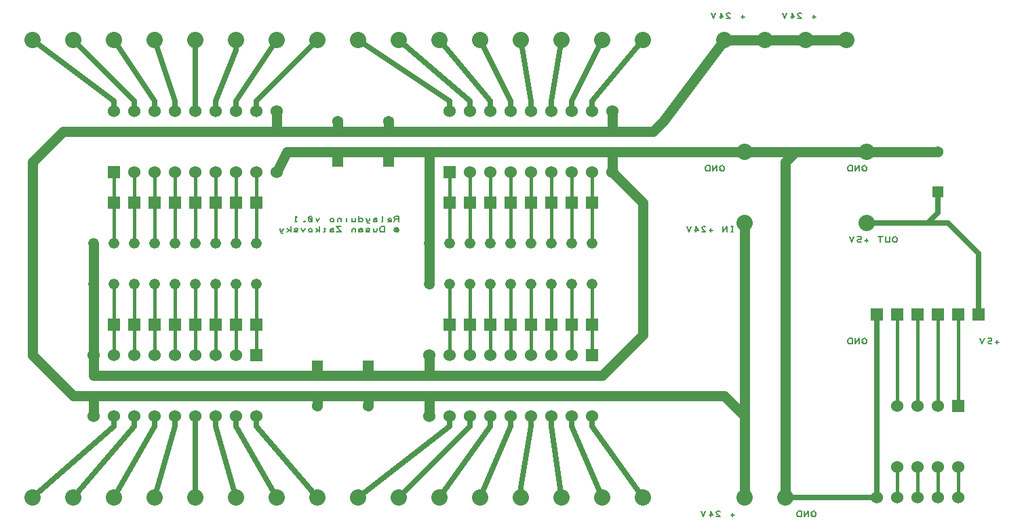
<source format=gbr>
%FSLAX35Y35*%
%MOIN*%
G04 EasyPC Gerber Version 18.0.8 Build 3632 *
%ADD77R,0.05400X0.05400*%
%ADD18R,0.06000X0.06000*%
%ADD23R,0.06000X0.06000*%
%ADD76C,0.00787*%
%ADD71C,0.01500*%
%ADD70C,0.02500*%
%ADD20C,0.05000*%
%ADD79C,0.05276*%
%ADD78C,0.05400*%
%ADD24C,0.06000*%
%ADD25C,0.08000*%
X0Y0D02*
D02*
D18*
X65250Y110250D03*
Y170250D03*
X75250Y110250D03*
Y170250D03*
X85250Y110250D03*
Y170250D03*
X95250Y110250D03*
Y170250D03*
X105250Y110250D03*
Y170250D03*
X115250Y110250D03*
Y170250D03*
X125250Y110250D03*
Y170250D03*
X135250Y110250D03*
Y170250D03*
X230250Y110250D03*
Y170250D03*
X240250Y110250D03*
Y170250D03*
X250250Y110250D03*
Y170250D03*
X260250Y110250D03*
Y170250D03*
X270250Y110250D03*
Y170250D03*
X280250Y110250D03*
Y170250D03*
X290250Y110250D03*
Y170250D03*
X300250Y110250D03*
Y170250D03*
X440250Y115250D03*
X450250D03*
X460250D03*
X470250D03*
X480250D03*
X490250D03*
D02*
D70*
X65250Y65250D02*
Y60250D01*
X25250Y25250*
X65250Y215250D02*
Y220250D01*
X25250Y250250*
X75250Y65250D02*
Y60250D01*
X45250Y25250*
X75250Y215250D02*
Y220250D01*
X45250Y250250*
X85250Y65250D02*
Y60250D01*
X65250Y25250*
X85250Y215250D02*
Y220250D01*
X65250Y250250*
X95250Y65250D02*
Y60250D01*
X85250Y25250*
X95250Y215250D02*
Y220250D01*
X85250Y250250*
X105250Y65250D02*
Y25250D01*
Y215250D02*
Y250250D01*
X115250Y65250D02*
Y60250D01*
X125250Y25250*
X115250Y215250D02*
Y220250D01*
X125250Y245250*
Y250250*
Y65250D02*
Y60250D01*
X145250Y25250*
X125250Y215250D02*
Y220250D01*
X145250Y250250*
X135250Y65250D02*
Y60250D01*
X165250Y25250*
X135250Y215250D02*
Y220250D01*
X165250Y250250*
X230250Y65250D02*
Y60250D01*
X185250Y25250*
X230250Y215250D02*
Y220250D01*
X185250Y250250*
X240250Y65250D02*
Y60250D01*
X205250Y25250*
X240250Y215250D02*
Y220250D01*
X205250Y250250*
X250250Y65250D02*
Y60250D01*
X225250Y25250*
X250250Y215250D02*
Y220250D01*
X225250Y250250*
X260250Y65250D02*
Y60250D01*
X245250Y25250*
X260250Y215250D02*
Y220250D01*
X245250Y250250*
X270250Y65250D02*
Y60250D01*
X265250Y30250*
Y25250*
X270250Y215250D02*
Y220250D01*
X265250Y250250*
X280250Y65250D02*
Y60250D01*
X285250Y25250*
X280250Y215250D02*
Y220250D01*
X285250Y250250*
X290250Y65250D02*
Y60250D01*
X305250Y25250*
X290250Y215250D02*
Y220250D01*
X305250Y250250*
X300250Y65250D02*
Y60250D01*
X325250Y25250*
X300250Y215250D02*
Y220250D01*
X325250Y250250*
X395250Y25250D02*
X440250D01*
X435250Y160250D02*
X465250D01*
X440250Y115250D02*
Y25250D01*
X465250Y160250D02*
X475250D01*
X490250Y145250*
Y115250*
X470250Y175565D02*
Y165250D01*
X465250Y160250*
D02*
D71*
X65250Y110250D02*
Y95250D01*
Y130250D02*
Y110250D01*
Y170250D02*
Y150250D01*
Y170250D02*
Y185250D01*
X75250Y110250D02*
Y95250D01*
Y130250D02*
Y110250D01*
Y170250D02*
Y150250D01*
Y170250D02*
Y185250D01*
X85250Y110250D02*
Y95250D01*
Y130250D02*
Y110250D01*
Y170250D02*
Y150250D01*
Y170250D02*
Y185250D01*
X95250Y110250D02*
Y95250D01*
Y130250D02*
Y110250D01*
Y170250D02*
Y150250D01*
Y170250D02*
Y185250D01*
X105250Y110250D02*
Y95250D01*
Y130250D02*
Y110250D01*
Y170250D02*
Y150250D01*
Y170250D02*
Y185250D01*
X115250Y110250D02*
Y95250D01*
Y130250D02*
Y110250D01*
Y170250D02*
Y150250D01*
Y170250D02*
Y185250D01*
X125250Y110250D02*
Y95250D01*
Y130250D02*
Y110250D01*
Y170250D02*
Y150250D01*
Y170250D02*
Y185250D01*
X135250Y110250D02*
Y95250D01*
Y130250D02*
Y110250D01*
Y170250D02*
Y150250D01*
Y170250D02*
Y185250D01*
X230250Y95250D02*
Y110250D01*
Y130250D02*
Y110250D01*
Y170250D02*
Y150250D01*
Y185250D02*
Y170250D01*
X240250Y95250D02*
Y110250D01*
Y130250D02*
Y110250D01*
Y170250D02*
Y150250D01*
Y185250D02*
Y170250D01*
X250250Y95250D02*
Y110250D01*
Y130250D02*
Y110250D01*
Y170250D02*
Y150250D01*
Y185250D02*
Y170250D01*
X260250Y95250D02*
Y110250D01*
Y130250D02*
Y110250D01*
Y170250D02*
Y150250D01*
Y185250D02*
Y170250D01*
X270250Y95250D02*
Y110250D01*
Y130250D02*
Y110250D01*
Y170250D02*
Y150250D01*
Y185250D02*
Y170250D01*
X280250Y95250D02*
Y110250D01*
Y130250D02*
Y110250D01*
Y170250D02*
Y150250D01*
Y185250D02*
Y170250D01*
X290250Y95250D02*
Y110250D01*
Y130250D02*
Y110250D01*
Y170250D02*
Y150250D01*
Y185250D02*
Y170250D01*
X300250Y95250D02*
Y110250D01*
Y130250D02*
Y110250D01*
Y170250D02*
Y150250D01*
Y185250D02*
Y170250D01*
X450250Y40250D02*
Y25250D01*
Y115250D02*
Y70250D01*
X460250Y40250D02*
Y25250D01*
Y115250D02*
Y70250D01*
X470250Y40250D02*
Y25250D01*
Y115250D02*
Y70250D01*
X480250Y40250D02*
Y25250D01*
Y115250D02*
Y70250D01*
D02*
D20*
X55250Y75250D02*
Y65250D01*
Y95250D02*
Y150250D01*
Y95250D02*
Y85250D01*
X145250*
X165250*
X145250Y75250D02*
X165250D01*
X145250D02*
X55250D01*
X145250Y185250D02*
X150250Y195250D01*
X175250*
X145250Y205250D02*
X175250D01*
X145250D02*
X40250D01*
X25250Y190250*
Y95250*
X45250Y75250*
X55250*
X145250Y215250D02*
Y205250D01*
X165250Y75250D02*
Y70250D01*
Y75250D02*
X190250D01*
X165250Y85250D02*
Y89935D01*
Y85250D02*
X190250D01*
X175250Y195250D02*
Y190565D01*
Y195250D02*
X205250D01*
X175250Y205250D02*
X200250D01*
X175250Y210250D02*
Y205250D01*
X190250Y75250D02*
Y70250D01*
Y75250D02*
X220250D01*
X190250Y85250D02*
X210250D01*
X190250Y89935D02*
Y85250D01*
X200250Y205250D02*
X220250D01*
X200250Y210250D02*
Y205250D01*
X205250Y195250D02*
X200250D01*
Y190565*
X205250Y195250D02*
X220250D01*
X210250Y85250D02*
X305250D01*
X325250Y105250*
Y120250*
Y134750*
Y170250*
X310250Y185250*
X220250Y65250D02*
Y75250D01*
X365250*
X375250Y65250*
X220250Y95250D02*
Y85250D01*
X210250*
X220250Y150250D02*
Y130250D01*
Y195250D02*
Y150250D01*
X310250Y195250D02*
X375250D01*
X310250D02*
X220250D01*
X310250D02*
Y185250D01*
Y205250D02*
Y215250D01*
Y205250D02*
X220250D01*
X365250Y250250D02*
X335250Y210250D01*
X330250Y205250*
X310250*
X375250Y65250D02*
Y25250D01*
Y75250D02*
Y65250D01*
Y160250D02*
Y75250D01*
Y195250D02*
X400250D01*
X385250Y250250D02*
X365250D01*
X395250Y25250D02*
Y190250D01*
X400250Y195250*
X435250*
X405250Y250250D02*
X385250D01*
X425250D02*
X405250D01*
X435250Y195250D02*
X470250D01*
D02*
D23*
X65250Y185250D03*
X135250Y95250D03*
X230250Y185250D03*
X300250Y95250D03*
X480250Y70250D03*
D02*
D24*
X55250Y65250D03*
Y95250D03*
X65250Y65250D03*
Y95250D03*
Y215250D03*
X75250Y65250D03*
Y95250D03*
Y185250D03*
Y215250D03*
X85250Y65250D03*
Y95250D03*
Y185250D03*
Y215250D03*
X95250Y65250D03*
Y95250D03*
Y185250D03*
Y215250D03*
X105250Y65250D03*
Y95250D03*
Y185250D03*
Y215250D03*
X115250Y65250D03*
Y95250D03*
Y185250D03*
Y215250D03*
X125250Y65250D03*
Y95250D03*
Y185250D03*
Y215250D03*
X135250Y65250D03*
Y185250D03*
Y215250D03*
X145250Y185250D03*
Y215250D03*
X220250Y65250D03*
Y95250D03*
X230250Y65250D03*
Y95250D03*
Y215250D03*
X240250Y65250D03*
Y95250D03*
Y185250D03*
Y215250D03*
X250250Y65250D03*
Y95250D03*
Y185250D03*
Y215250D03*
X260250Y65250D03*
Y95250D03*
Y185250D03*
Y215250D03*
X270250Y65250D03*
Y95250D03*
Y185250D03*
Y215250D03*
X280250Y65250D03*
Y95250D03*
Y185250D03*
Y215250D03*
X290250Y65250D03*
Y95250D03*
Y185250D03*
Y215250D03*
X300250Y65250D03*
Y185250D03*
Y215250D03*
X310250Y185250D03*
Y215250D03*
X440250Y25250D03*
X450250D03*
Y40250D03*
Y70250D03*
X460250Y25250D03*
Y40250D03*
Y70250D03*
X470250Y25250D03*
Y40250D03*
Y70250D03*
X480250Y25250D03*
Y40250D03*
D02*
D25*
X25250Y25250D03*
Y250250D03*
X45250Y25250D03*
Y250250D03*
X65250Y25250D03*
Y250250D03*
X85250Y25250D03*
Y250250D03*
X105250Y25250D03*
Y250250D03*
X125250Y25250D03*
Y250250D03*
X145250Y25250D03*
Y250250D03*
X165250Y25250D03*
Y250250D03*
X185250Y25250D03*
Y250250D03*
X205250Y25250D03*
Y250250D03*
X225250Y25250D03*
Y250250D03*
X245250Y25250D03*
Y250250D03*
X265250Y25250D03*
Y250250D03*
X285250Y25250D03*
Y250250D03*
X305250Y25250D03*
Y250250D03*
X325250Y25250D03*
Y250250D03*
X365250D03*
X375250Y25250D03*
Y160250D03*
Y195250D03*
X385250Y250250D03*
X395250Y25250D03*
X405250Y250250D03*
X425250D03*
X435250Y160250D03*
Y195250D03*
D02*
D76*
X205250Y156800D02*
Y157022D01*
X205028Y157686*
X204807Y157907*
X204364Y158129*
X203921*
X203478Y157907*
X203257Y157686*
X203035Y157022*
Y156800*
X203257Y156357*
X203478Y156136*
X203921Y155915*
X204364*
X204807Y156136*
X205028Y156357*
X205250Y156800*
X203700D02*
X204143Y156579D01*
X204585Y156800*
Y157243*
X204143Y157465*
X203700Y157243*
X198163Y155915D02*
Y158572D01*
X196835*
X196392Y158350*
X196170Y158129*
X195949Y157686*
Y156800*
X196170Y156357*
X196392Y156136*
X196835Y155915*
X198163*
X194620Y157686D02*
Y156579D01*
X194398Y156136*
X193956Y155915*
X193513*
X193070Y156136*
X192848Y156579*
Y157686D02*
Y155915D01*
X191077Y156136D02*
X190634Y155915D01*
X189748*
X189305Y156136*
Y156579*
X189748Y156800*
X190634*
X191077Y157022*
Y157465*
X190634Y157686*
X189748*
X189305Y157465*
X187533D02*
X187091Y157686D01*
X186426*
X185983Y157465*
X185762Y157022*
Y156357*
X185983Y156136*
X186426Y155915*
X186869*
X187312Y156136*
X187533Y156357*
Y156579*
X187312Y156800*
X186869Y157022*
X186426*
X185983Y156800*
X185762Y156579*
Y156357D02*
Y155915D01*
X183990D02*
Y157686D01*
Y157022D02*
X183769Y157465D01*
X183326Y157686*
X182883*
X182440Y157465*
X182219Y157022*
Y155915*
X176904Y158572D02*
X174689D01*
X176904Y155915*
X174689*
X173360Y157465D02*
X172917Y157686D01*
X172253*
X171810Y157465*
X171589Y157022*
Y156357*
X171810Y156136*
X172253Y155915*
X172696*
X173139Y156136*
X173360Y156357*
Y156579*
X173139Y156800*
X172696Y157022*
X172253*
X171810Y156800*
X171589Y156579*
Y156357D02*
Y155915D01*
X169374Y157686D02*
X168488D01*
X168931Y158129D02*
Y156136D01*
X168709Y155915*
X168488*
X168267Y156136*
X166274Y155915D02*
Y158572D01*
Y156800D02*
X165609D01*
X164502Y157686*
X165609Y156800D02*
X164502Y155915D01*
X162730Y156579D02*
X162509Y156136D01*
X162066Y155915*
X161623*
X161180Y156136*
X160959Y156579*
Y157022*
X161180Y157465*
X161623Y157686*
X162066*
X162509Y157465*
X162730Y157022*
Y156579*
X159187Y157686D02*
X158301Y155915D01*
X157415Y157686*
X155644Y156136D02*
X155201Y155915D01*
X154315*
X153872Y156136*
Y156579*
X154315Y156800*
X155201*
X155644Y157022*
Y157465*
X155201Y157686*
X154315*
X153872Y157465*
X152100Y155915D02*
Y158572D01*
Y156800D02*
X151436D01*
X150329Y157686*
X151436Y156800D02*
X150329Y155915D01*
X148557Y157686D02*
X148335Y156800D01*
X147893Y156357*
X147450*
X147007Y156800*
X146785Y157686*
X147007Y156800D02*
X147228Y155915D01*
X147450Y155472*
X147893Y155250*
X148335Y155472*
X205250Y160915D02*
Y163572D01*
X203700*
X203257Y163350*
X203035Y162907*
X203257Y162465*
X203700Y162243*
X205250*
X203700D02*
X203035Y160915D01*
X199935Y161136D02*
X200156Y160915D01*
X200599*
X201042*
X201485Y161136*
X201707Y161579*
Y162243*
X201485Y162465*
X201042Y162686*
X200599*
X200156Y162465*
X199935Y162243*
Y162022*
X200156Y161800*
X200599Y161579*
X201042*
X201485Y161800*
X201707Y162022*
X197056Y160915D02*
X197278D01*
Y163572*
X194620Y162465D02*
X194177Y162686D01*
X193513*
X193070Y162465*
X192848Y162022*
Y161357*
X193070Y161136*
X193513Y160915*
X193956*
X194398Y161136*
X194620Y161357*
Y161579*
X194398Y161800*
X193956Y162022*
X193513*
X193070Y161800*
X192848Y161579*
Y161357D02*
Y160915D01*
X191077Y162686D02*
X190855Y161800D01*
X190412Y161357*
X189969*
X189526Y161800*
X189305Y162686*
X189526Y161800D02*
X189748Y160915D01*
X189969Y160472*
X190412Y160250*
X190855Y160472*
X185762Y162022D02*
X185983Y162465D01*
X186426Y162686*
X186869*
X187312Y162465*
X187533Y162022*
Y161579*
X187312Y161136*
X186869Y160915*
X186426*
X185983Y161136*
X185762Y161579*
Y160915D02*
Y163572D01*
X183990Y162686D02*
Y161579D01*
X183769Y161136*
X183326Y160915*
X182883*
X182440Y161136*
X182219Y161579*
Y162686D02*
Y160915D01*
X179561D02*
Y162686D01*
Y163350D02*
X176904Y160915*
Y162686D01*
Y162022D02*
X176682Y162465D01*
X176239Y162686*
X175796*
X175353Y162465*
X175132Y162022*
Y160915*
X173360Y161579D02*
X173139Y161136D01*
X172696Y160915*
X172253*
X171810Y161136*
X171589Y161579*
Y162022*
X171810Y162465*
X172253Y162686*
X172696*
X173139Y162465*
X173360Y162022*
Y161579*
X166274Y162686D02*
X165388Y160915D01*
X164502Y162686*
X162509Y161136D02*
X162066Y160915D01*
X161623*
X161180Y161136*
X160959Y161579*
Y162907*
X161180Y163350*
X161623Y163572*
X162066*
X162509Y163350*
X162730Y162907*
Y161579*
X162509Y161136*
X161180Y163350*
X158965Y160915D02*
X158744Y161136D01*
X158965Y161357*
X159187Y161136*
X158965Y160915*
X155201D02*
X154315D01*
X154758D02*
Y163572D01*
X155201Y163129*
X363700Y187022D02*
X363035D01*
Y186800*
X363257Y186357*
X363478Y186136*
X363921Y185915*
X364364*
X364807Y186136*
X365028Y186357*
X365250Y186800*
Y187686*
X365028Y188129*
X364807Y188350*
X364364Y188572*
X363921*
X363478Y188350*
X363257Y188129*
X363035Y187686*
X361707Y185915D02*
Y188572D01*
X359492Y185915*
Y188572*
X358163Y185915D02*
Y188572D01*
X356835*
X356392Y188350*
X356170Y188129*
X355949Y187686*
Y186800*
X356170Y186357*
X356392Y186136*
X356835Y185915*
X358163*
X370250Y16800D02*
X368478D01*
X369364Y15915D02*
Y17686D01*
X361392Y15915D02*
X363163D01*
X361613Y17465*
X361392Y17907*
X361613Y18350*
X362056Y18572*
X362720*
X363163Y18350*
X358513Y15915D02*
Y18572D01*
X359620Y16800*
X357848*
X356077Y18572D02*
X354969Y15915D01*
X353862Y18572*
X369585Y155915D02*
X368700D01*
X369143D02*
Y158572D01*
X369585D02*
X368700D01*
X366707Y155915D02*
Y158572D01*
X364492Y155915*
Y158572*
X359620Y156800D02*
X357848D01*
X358734Y155915D02*
Y157686D01*
X354305Y155915D02*
X356077D01*
X354526Y157465*
X354305Y157907*
X354526Y158350*
X354969Y158572*
X355634*
X356077Y158350*
X351426Y155915D02*
Y158572D01*
X352533Y156800*
X350762*
X348990Y158572D02*
X347883Y155915D01*
X346776Y158572*
X375250Y261800D02*
X373478D01*
X374364Y260915D02*
Y262686D01*
X366392Y260915D02*
X368163D01*
X366613Y262465*
X366392Y262907*
X366613Y263350*
X367056Y263572*
X367720*
X368163Y263350*
X363513Y260915D02*
Y263572D01*
X364620Y261800*
X362848*
X361077Y263572D02*
X359969Y260915D01*
X358862Y263572*
X408700Y17022D02*
X408035D01*
Y16800*
X408257Y16357*
X408478Y16136*
X408921Y15915*
X409364*
X409807Y16136*
X410028Y16357*
X410250Y16800*
Y17686*
X410028Y18129*
X409807Y18350*
X409364Y18572*
X408921*
X408478Y18350*
X408257Y18129*
X408035Y17686*
X406707Y15915D02*
Y18572D01*
X404492Y15915*
Y18572*
X403163Y15915D02*
Y18572D01*
X401835*
X401392Y18350*
X401170Y18129*
X400949Y17686*
Y16800*
X401170Y16357*
X401392Y16136*
X401835Y15915*
X403163*
X410250Y261800D02*
X408478D01*
X409364Y260915D02*
Y262686D01*
X401392Y260915D02*
X403163D01*
X401613Y262465*
X401392Y262907*
X401613Y263350*
X402056Y263572*
X402720*
X403163Y263350*
X398513Y260915D02*
Y263572D01*
X399620Y261800*
X397848*
X396077Y263572D02*
X394969Y260915D01*
X393862Y263572*
X433700Y102022D02*
X433035D01*
Y101800*
X433257Y101357*
X433478Y101136*
X433921Y100915*
X434364*
X434807Y101136*
X435028Y101357*
X435250Y101800*
Y102686*
X435028Y103129*
X434807Y103350*
X434364Y103572*
X433921*
X433478Y103350*
X433257Y103129*
X433035Y102686*
X431707Y100915D02*
Y103572D01*
X429492Y100915*
Y103572*
X428163Y100915D02*
Y103572D01*
X426835*
X426392Y103350*
X426170Y103129*
X425949Y102686*
Y101800*
X426170Y101357*
X426392Y101136*
X426835Y100915*
X428163*
X433700Y187022D02*
X433035D01*
Y186800*
X433257Y186357*
X433478Y186136*
X433921Y185915*
X434364*
X434807Y186136*
X435028Y186357*
X435250Y186800*
Y187686*
X435028Y188129*
X434807Y188350*
X434364Y188572*
X433921*
X433478Y188350*
X433257Y188129*
X433035Y187686*
X431707Y185915D02*
Y188572D01*
X429492Y185915*
Y188572*
X428163Y185915D02*
Y188572D01*
X426835*
X426392Y188350*
X426170Y188129*
X425949Y187686*
Y186800*
X426170Y186357*
X426392Y186136*
X426835Y185915*
X428163*
X450250Y151800D02*
Y152686D01*
X450028Y153129*
X449807Y153350*
X449364Y153572*
X448921*
X448478Y153350*
X448257Y153129*
X448035Y152686*
Y151800*
X448257Y151357*
X448478Y151136*
X448921Y150915*
X449364*
X449807Y151136*
X450028Y151357*
X450250Y151800*
X446707Y153572D02*
Y151579D01*
X446485Y151136*
X446042Y150915*
X445156*
X444713Y151136*
X444492Y151579*
Y153572*
X442056Y150915D02*
Y153572D01*
X443163D02*
X440949D01*
X436077Y151800D02*
X434305D01*
X435191Y150915D02*
Y152686D01*
X432533Y151136D02*
X432091Y150915D01*
X431426*
X430983Y151136*
X430762Y151579*
Y151800*
X430983Y152243*
X431426Y152465*
X432533*
Y153572*
X430762*
X428990D02*
X427883Y150915D01*
X426776Y153572*
X500250Y101800D02*
X498478D01*
X499364Y100915D02*
Y102686D01*
X496707Y101136D02*
X496264Y100915D01*
X495599*
X495156Y101136*
X494935Y101579*
Y101800*
X495156Y102243*
X495599Y102465*
X496707*
Y103572*
X494935*
X493163D02*
X492056Y100915D01*
X490949Y103572*
D02*
D77*
X165250Y89935D03*
X175250Y190565D03*
X190250Y89935D03*
X200250Y190565D03*
X470250Y175565D03*
D02*
D78*
X165250Y70250D03*
X175250Y210250D03*
X190250Y70250D03*
X200250Y210250D03*
X470250Y195250D03*
D02*
D79*
X55250Y130250D03*
Y150250D03*
X65250Y130250D03*
Y150250D03*
X75250Y130250D03*
Y150250D03*
X85250Y130250D03*
Y150250D03*
X95250Y130250D03*
Y150250D03*
X105250Y130250D03*
Y150250D03*
X115250Y130250D03*
Y150250D03*
X125250Y130250D03*
Y150250D03*
X135250Y130250D03*
Y150250D03*
X220250Y130250D03*
Y150250D03*
X230250Y130250D03*
Y150250D03*
X240250Y130250D03*
Y150250D03*
X250250Y130250D03*
Y150250D03*
X260250Y130250D03*
Y150250D03*
X270250Y130250D03*
Y150250D03*
X280250Y130250D03*
Y150250D03*
X290250Y130250D03*
Y150250D03*
X300250Y130250D03*
Y150250D03*
X0Y0D02*
M02*

</source>
